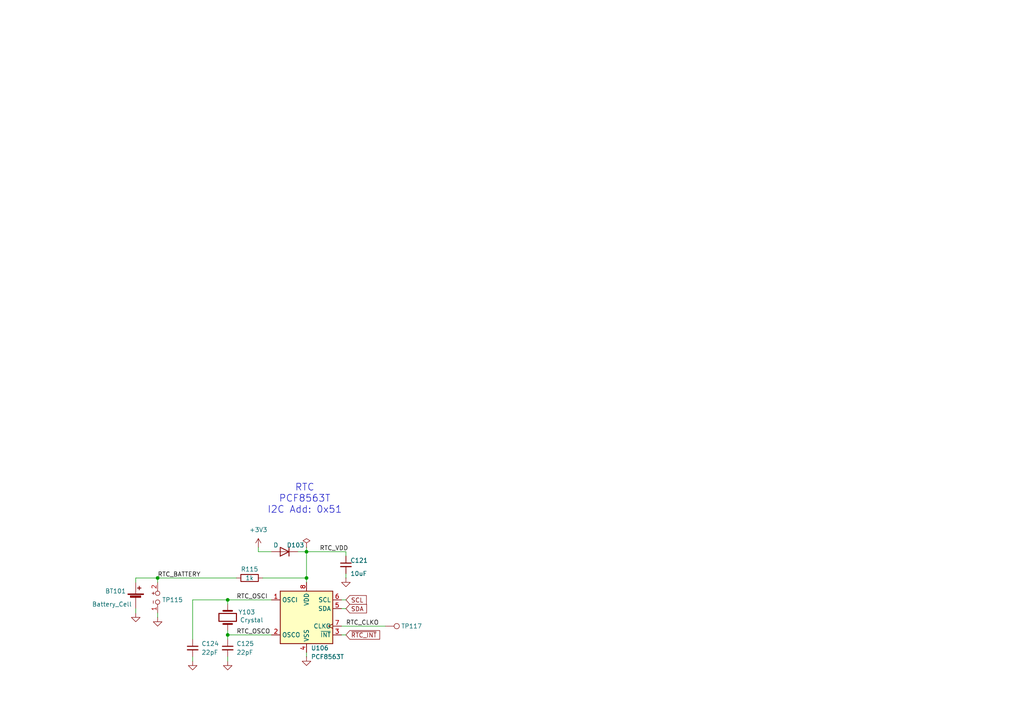
<source format=kicad_sch>
(kicad_sch (version 20250114) (generator "eeschema") (generator_version "9.0")
  (paper "A4")
  (lib_symbols
    (symbol "Connector:TestPoint" (pin_numbers (hide yes)) (pin_names (offset 0.762) (hide yes))
      (property "Reference" "TP" (at 0 6.858 0))
      (property "Value" "TestPoint" (at 0 5.08 0))
      (symbol "TestPoint_0_1"
        (circle (center 0 3.302) (radius 0.762))
      )
      (symbol "TestPoint_1_1"
        (pin passive line (at 0 0 90) (length 2.54) (name "1") (number "1"))
      )
    )
    (symbol "Device:Battery_Cell" (pin_numbers (hide yes)) (pin_names (offset 0) (hide yes))
      (property "Reference" "BT" (at 2.54 2.54 0))
      (property "Value" "Battery_Cell" (at 2.54 0 0))
      (symbol "Battery_Cell_0_1"
        (rectangle (start -2.286 1.778) (end 2.286 1.524) (fill (type outline)))
        (rectangle (start -1.5748 1.1938) (end 1.4732 0.6858) (fill (type outline)))
        (polyline (pts (xy 0 1.778) (xy 0 2.54)))
        (polyline (pts (xy 0 0.762) (xy 0 0)))
        (polyline (pts (xy 0.508 3.429) (xy 1.524 3.429)) (stroke (width 0.254)))
        (polyline (pts (xy 1.016 3.937) (xy 1.016 2.921)) (stroke (width 0.254)))
      )
      (symbol "Battery_Cell_1_1"
        (pin passive line (at 0 5.08 270) (length 2.54) (name "+") (number "1"))
        (pin passive line (at 0 -2.54 90) (length 2.54) (name "-") (number "2"))
      )
    )
    (symbol "Device:C_Small" (pin_numbers (hide yes)) (pin_names (offset 0.254) (hide yes))
      (property "Reference" "C" (at 0.254 1.778 0))
      (property "Value" "C_Small" (at 0.254 -2.032 0))
      (symbol "C_Small_0_1"
        (polyline (pts (xy -1.524 0.508) (xy 1.524 0.508)) (stroke (width 0.3048)))
        (polyline (pts (xy -1.524 -0.508) (xy 1.524 -0.508)) (stroke (width 0.3302)))
      )
      (symbol "C_Small_1_1"
        (pin passive line (at 0 2.54 270) (length 2.032) (name "~") (number "1"))
        (pin passive line (at 0 -2.54 90) (length 2.032) (name "~") (number "2"))
      )
    )
    (symbol "Device:Crystal" (pin_numbers (hide yes)) (pin_names (offset 1.016) (hide yes))
      (property "Reference" "Y" (at 0 3.81 0))
      (property "Value" "Crystal" (at 0 -3.81 0))
      (symbol "Crystal_0_1"
        (polyline (pts (xy -2.54 0) (xy -1.905 0)))
        (polyline (pts (xy -1.905 -1.27) (xy -1.905 1.27)) (stroke (width 0.508)))
        (rectangle (start -1.143 2.54) (end 1.143 -2.54) (stroke (width 0.3048)))
        (polyline (pts (xy 1.905 -1.27) (xy 1.905 1.27)) (stroke (width 0.508)))
        (polyline (pts (xy 2.54 0) (xy 1.905 0)))
      )
      (symbol "Crystal_1_1"
        (pin passive line (at -3.81 0 0) (length 1.27) (name "1") (number "1"))
        (pin passive line (at 3.81 0 180) (length 1.27) (name "2") (number "2"))
      )
    )
    (symbol "Device:D" (pin_numbers (hide yes)) (pin_names (offset 1.016) (hide yes))
      (property "Reference" "D" (at 0 2.54 0))
      (property "Value" "D" (at 0 -2.54 0))
      (symbol "D_0_1"
        (polyline (pts (xy -1.27 1.27) (xy -1.27 -1.27)) (stroke (width 0.254)))
        (polyline (pts (xy 1.27 1.27) (xy 1.27 -1.27) (xy -1.27 0) (xy 1.27 1.27)) (stroke (width 0.254)))
        (polyline (pts (xy 1.27 0) (xy -1.27 0)))
      )
      (symbol "D_1_1"
        (pin passive line (at -3.81 0 0) (length 2.54) (name "K") (number "1"))
        (pin passive line (at 3.81 0 180) (length 2.54) (name "A") (number "2"))
      )
    )
    (symbol "Device:R" (pin_numbers (hide yes)) (pin_names (offset 0))
      (property "Reference" "R" (at 2.032 0 90))
      (property "Value" "R" (at 0 0 90))
      (symbol "R_0_1"
        (rectangle (start -1.016 -2.54) (end 1.016 2.54) (stroke (width 0.254)))
      )
      (symbol "R_1_1"
        (pin passive line (at 0 3.81 270) (length 1.27) (name "~") (number "1"))
        (pin passive line (at 0 -3.81 90) (length 1.27) (name "~") (number "2"))
      )
    )
    (symbol "Timer_RTC:PCF8563T"
      (property "Reference" "U" (at -7.62 8.89 0))
      (property "Value" "PCF8563T" (at 2.54 8.89 0))
      (symbol "PCF8563T_0_1"
        (rectangle (start -7.62 7.62) (end 7.62 -7.62) (stroke (width 0.254)) (fill (type background)))
      )
      (symbol "PCF8563T_1_1"
        (pin input line (at -10.16 5.08 0) (length 2.54) (name "OSCI") (number "1"))
        (pin output line (at -10.16 -5.08 0) (length 2.54) (name "OSCO") (number "2"))
        (pin power_in line (at 0 10.16 270) (length 2.54) (name "VDD") (number "8"))
        (pin power_in line (at 0 -10.16 90) (length 2.54) (name "VSS") (number "4"))
        (pin input line (at 10.16 5.08 180) (length 2.54) (name "SCL") (number "6"))
        (pin bidirectional line (at 10.16 2.54 180) (length 2.54) (name "SDA") (number "5"))
        (pin output clock (at 10.16 -2.54 180) (length 2.54) (name "CLKO") (number "7"))
        (pin output line (at 10.16 -5.08 180) (length 2.54) (name "~{INT}") (number "3"))
      )
    )
    (symbol "cacophony-library:TestPoint_2Pole" (pin_names (offset 0.762) (hide yes))
      (property "Reference" "TP" (at 0.889 2.667 0))
      (symbol "TestPoint_2Pole_0_1"
        (polyline (pts (xy -1.016 1.27) (xy -0.254 1.27)))
        (circle (center -0.635 0) (radius 0.635))
        (polyline (pts (xy 1.524 1.27) (xy 2.286 1.27)))
        (polyline (pts (xy 1.905 0.889) (xy 1.905 1.651)))
        (circle (center 1.905 0) (radius 0.635))
      )
      (symbol "TestPoint_2Pole_1_1"
        (pin passive line (at -3.81 0 0) (length 2.54) (name "") (number "1"))
        (pin passive line (at 5.08 0 180) (length 2.54) (name "") (number "2"))
      )
    )
    (symbol "power:+3V3" (power) (pin_numbers (hide yes)) (pin_names (offset 0) (hide yes))
      (property "Value" "+3V3" (at 0 3.556 0))
      (symbol "+3V3_0_1"
        (polyline (pts (xy -0.762 1.27) (xy 0 2.54)))
        (polyline (pts (xy 0 2.54) (xy 0.762 1.27)))
        (polyline (pts (xy 0 0) (xy 0 2.54)))
      )
      (symbol "+3V3_1_1"
        (pin power_in line (at 0 0 90) (length 0) (name "~") (number "1"))
      )
    )
    (symbol "power:GND" (power) (pin_numbers (hide yes)) (pin_names (offset 0) (hide yes))
      (property "Value" "GND" (at 0 -3.81 0))
      (symbol "GND_0_1"
        (polyline (pts (xy 0 0) (xy 0 -1.27) (xy 1.27 -1.27) (xy 0 -2.54) (xy -1.27 -1.27) (xy 0 -1.27)))
      )
      (symbol "GND_1_1"
        (pin power_in line (at 0 0 270) (length 0) (name "~") (number "1"))
      )
    )
    (symbol "power:PWR_FLAG" (power) (pin_numbers (hide yes)) (pin_names (offset 0) (hide yes))
      (property "Value" "PWR_FLAG" (at 0 3.81 0))
      (symbol "PWR_FLAG_0_0"
        (pin power_out line (at 0 0 90) (length 0) (name "pwr") (number "1"))
      )
      (symbol "PWR_FLAG_0_1"
        (polyline (pts (xy 0 0) (xy 0 1.27) (xy -1.016 1.905) (xy 0 2.54) (xy 1.016 1.905) (xy 0 1.27)))
      )
    )
  )
  (text "RTC\nPCF8563T\nI2C Add: 0x51" (at 88.392 149.098 0) (effects (font (size 2 2)) (justify bottom)))
  (junction (at 45.72 167.64))
  (junction (at 88.9 167.64))
  (junction (at 66.04 184.15))
  (junction (at 66.04 173.99))
  (junction (at 88.9 160.02))
  (wire (pts (xy 55.88 185.42) (xy 55.88 173.99)))
  (wire (pts (xy 88.9 158.75) (xy 88.9 160.02)))
  (wire (pts (xy 99.06 184.15) (xy 100.33 184.15)))
  (wire (pts (xy 45.72 167.64) (xy 68.58 167.64)))
  (wire (pts (xy 45.72 177.8) (xy 45.72 179.07)))
  (wire (pts (xy 74.93 160.02) (xy 78.74 160.02)))
  (wire (pts (xy 55.88 173.99) (xy 66.04 173.99)))
  (wire (pts (xy 88.9 189.23) (xy 88.9 190.5)))
  (wire (pts (xy 99.06 173.99) (xy 100.33 173.99)))
  (wire (pts (xy 66.04 185.42) (xy 66.04 184.15)))
  (wire (pts (xy 39.37 176.53) (xy 39.37 177.8)))
  (wire (pts (xy 45.72 167.64) (xy 45.72 168.91)))
  (wire (pts (xy 88.9 167.64) (xy 88.9 168.91)))
  (wire (pts (xy 74.93 158.75) (xy 74.93 160.02)))
  (wire (pts (xy 88.9 160.02) (xy 88.9 167.64)))
  (wire (pts (xy 76.2 167.64) (xy 88.9 167.64)))
  (wire (pts (xy 55.88 190.5) (xy 55.88 191.77)))
  (wire (pts (xy 66.04 184.15) (xy 66.04 182.88)))
  (wire (pts (xy 39.37 167.64) (xy 39.37 168.91)))
  (wire (pts (xy 100.33 161.29) (xy 100.33 160.02)))
  (wire (pts (xy 99.06 181.61) (xy 111.76 181.61)))
  (wire (pts (xy 99.06 176.53) (xy 100.33 176.53)))
  (wire (pts (xy 100.33 160.02) (xy 88.9 160.02)))
  (wire (pts (xy 100.33 166.37) (xy 100.33 167.64)))
  (wire (pts (xy 39.37 167.64) (xy 45.72 167.64)))
  (wire (pts (xy 66.04 190.5) (xy 66.04 191.77)))
  (wire (pts (xy 86.36 160.02) (xy 88.9 160.02)))
  (wire (pts (xy 78.74 184.15) (xy 66.04 184.15)))
  (wire (pts (xy 66.04 175.26) (xy 66.04 173.99)))
  (wire (pts (xy 66.04 173.99) (xy 78.74 173.99)))
  (label "RTC_BATTERY" (at 45.72 167.64 0))
  (label "RTC_VDD" (at 92.71 160.02 0))
  (label "RTC_OSCO" (at 68.58 184.15 0))
  (label "RTC_OSCI" (at 68.58 173.99 0))
  (label "RTC_CLKO" (at 100.33 181.61 0))
  (global_label "~{RTC_INT}" (shape input) (at 100.33 184.15 0) (property "Intersheetrefs" "${INTERSHEET_REFS}" (effects (hide yes))))
  (global_label "SDA" (shape input) (at 100.33 176.53 0) (property "Intersheetrefs" "${INTERSHEET_REFS}" (effects (hide yes))))
  (global_label "SCL" (shape input) (at 100.33 173.99 0) (property "Intersheetrefs" "${INTERSHEET_REFS}" (effects (hide yes))))
  (symbol (lib_id "power:GND") (at 66.04 191.77 0) (unit 1)
    (property "Reference" "#PWR0149" (effects (hide yes)))
    (property "Value" "GND" (effects (hide yes)))
    (property "Description" "Power symbol creates a global label with name \"GND\" , ground" (effects (hide yes)))
  )
  (symbol (lib_id "Device:D") (at 82.55 160.02 180) (unit 1)
    (property "Reference" "D103" (at 85.725 158.115 0))
    (property "Value" "D" (at 80.01 158.115 0))
    (property "Footprint" "Diode_SMD:D_SOD-523" (effects (hide yes)))
    (property "LCSC Part" "C668989" (effects (hide yes)))
    (property "Sim.Device" "D" (effects (hide yes)))
    (property "Sim.Pins" "1=K 2=A" (effects (hide yes)))
  )
  (symbol (lib_id "Device:C_Small") (at 66.04 187.96 0) (unit 1)
    (property "Reference" "C125" (at 68.58 186.6962 0) (effects (justify left)))
    (property "Value" "22pF" (at 68.58 189.2362 0) (effects (justify left)))
    (property "Footprint" "Capacitor_SMD:C_0402_1005Metric" (effects (hide yes)))
    (property "Description" "Unpolarized capacitor, small symbol" (effects (hide yes)))
    (property "LCSC Part" "C1555" (effects (hide yes)))
  )
  (symbol (lib_id "power:PWR_FLAG") (at 88.9 158.75 0) (unit 1)
    (property "Reference" "#FLG0103" (effects (hide yes)))
    (property "Value" "PWR_FLAG" (effects (hide yes)))
    (property "Description" "Special symbol for telling ERC where power comes from" (effects (hide yes)))
  )
  (symbol (lib_id "power:GND") (at 100.33 167.64 0) (unit 1)
    (property "Reference" "#PWR0142" (effects (hide yes)))
    (property "Value" "GND" (effects (hide yes)))
    (property "Description" "Power symbol creates a global label with name \"GND\" , ground" (effects (hide yes)))
  )
  (symbol (lib_id "cacophony-library:TestPoint_2Pole") (at 45.72 173.99 90) (unit 1) (in_bom no)
    (property "Reference" "TP115" (at 46.99 173.99 90) (effects (justify right)))
    (property "Value" "TP_2P" (effects (hide yes)))
    (property "Footprint" "cacophony-library:test-point-2p" (effects (hide yes)))
  )
  (symbol (lib_id "Device:C_Small") (at 55.88 187.96 0) (unit 1)
    (property "Reference" "C124" (at 58.42 186.6962 0) (effects (justify left)))
    (property "Value" "22pF" (at 58.42 189.2362 0) (effects (justify left)))
    (property "Footprint" "Capacitor_SMD:C_0402_1005Metric" (effects (hide yes)))
    (property "Description" "Unpolarized capacitor, small symbol" (effects (hide yes)))
    (property "LCSC Part" "C1555" (effects (hide yes)))
  )
  (symbol (lib_id "power:GND") (at 45.72 179.07 0) (unit 1)
    (property "Reference" "#PWR0143" (effects (hide yes)))
    (property "Value" "GND" (effects (hide yes)))
    (property "Description" "Power symbol creates a global label with name \"GND\" , ground" (effects (hide yes)))
  )
  (symbol (lib_id "power:GND") (at 55.88 191.77 0) (unit 1)
    (property "Reference" "#PWR0148" (effects (hide yes)))
    (property "Value" "GND" (effects (hide yes)))
    (property "Description" "Power symbol creates a global label with name \"GND\" , ground" (effects (hide yes)))
  )
  (symbol (lib_id "Device:R") (at 72.39 167.64 270) (unit 1)
    (property "Reference" "R115" (at 72.39 165.1 90))
    (property "Value" "1k" (at 72.39 167.64 90))
    (property "Footprint" "Resistor_SMD:R_0402_1005Metric" (effects (hide yes)))
    (property "LCSC Part" "C11702" (effects (hide yes)))
  )
  (symbol (lib_id "power:GND") (at 39.37 177.8 0) (unit 1)
    (property "Reference" "#PWR0141" (effects (hide yes)))
    (property "Value" "GND" (effects (hide yes)))
    (property "Description" "Power symbol creates a global label with name \"GND\" , ground" (effects (hide yes)))
  )
  (symbol (lib_id "Timer_RTC:PCF8563T") (at 88.9 179.07 0) (unit 1)
    (property "Reference" "U106" (at 90.17 187.96 0) (effects (justify left)))
    (property "Value" "PCF8563T" (at 90.17 190.5 0) (effects (justify left)))
    (property "Footprint" "cacophony-library:SOIC-8_3.9x4.9mm_P1.27mm" (effects (hide yes)))
    (property "Datasheet" "https://www.nxp.com/docs/en/data-sheet/PCF8563.pdf" (effects (hide yes)))
    (property "LCSC Part" "C7440" (effects (hide yes)))
  )
  (symbol (lib_id "Device:Crystal") (at 66.04 179.07 90) (unit 1)
    (property "Reference" "Y103" (at 69.088 177.546 90) (effects (justify right)))
    (property "Value" "Crystal" (at 69.596 179.832 90) (effects (justify right)))
    (property "Footprint" "Crystal:Crystal_SMD_3215-2Pin_3.2x1.5mm" (effects (hide yes)))
    (property "LCSC Part" "C32346" (effects (hide yes)))
  )
  (symbol (lib_id "Device:C_Small") (at 100.33 163.83 0) (unit 1)
    (property "Reference" "C121" (at 101.6 162.56 0) (effects (justify left)))
    (property "Value" "10uF" (at 101.6 166.37 0) (effects (justify left)))
    (property "Footprint" "Capacitor_SMD:C_0603_1608Metric" (effects (hide yes)))
    (property "LCSC Part" "C19702" (effects (hide yes)))
  )
  (symbol (lib_id "power:+3V3") (at 74.93 158.75 0) (unit 1)
    (property "Reference" "#PWR0140" (effects (hide yes)))
    (property "Value" "+3V3" (at 74.93 153.67 0))
    (property "Description" "Power symbol creates a global label with name \"+3V3\"" (effects (hide yes)))
  )
  (symbol (lib_id "Connector:TestPoint") (at 111.76 181.61 270) (unit 1) (in_bom no)
    (property "Reference" "TP117" (at 119.38 181.61 90))
    (property "Value" "TestPoint" (effects (hide yes)))
    (property "Footprint" "cacophony-library:TP" (effects (hide yes)))
  )
  (symbol (lib_id "Device:Battery_Cell") (at 39.37 173.99 0) (unit 1) (in_bom no)
    (property "Reference" "BT101" (at 30.48 171.45 0) (effects (justify left)))
    (property "Value" "Battery_Cell" (at 26.67 175.26 0) (effects (justify left)))
    (property "Footprint" "cacophony-library:CAP-SMD_FL11E" (effects (hide yes)))
    (property "LCSC Part" "C80909" (effects (hide yes)))
  )
  (symbol (lib_id "power:GND") (at 88.9 190.5 0) (unit 1)
    (property "Reference" "#PWR0150" (effects (hide yes)))
    (property "Value" "GND" (effects (hide yes)))
    (property "Description" "Power symbol creates a global label with name \"GND\" , ground" (effects (hide yes)))
  )
)
</source>
